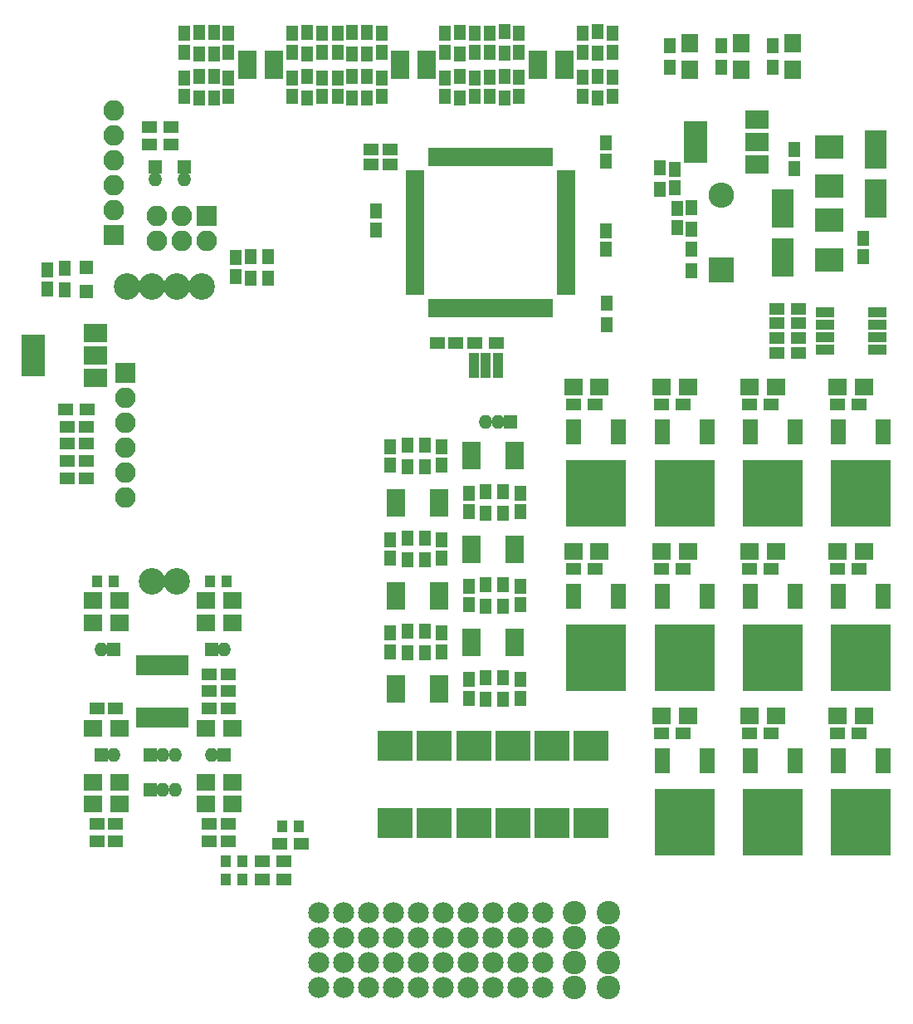
<source format=gbr>
G04 #@! TF.FileFunction,Soldermask,Top*
%FSLAX46Y46*%
G04 Gerber Fmt 4.6, Leading zero omitted, Abs format (unit mm)*
G04 Created by KiCad (PCBNEW 4.0.2-stable) date 26.04.2018 20:03:19*
%MOMM*%
G01*
G04 APERTURE LIST*
%ADD10C,0.100000*%
%ADD11C,2.700000*%
%ADD12R,2.100000X2.100000*%
%ADD13O,2.100000X2.100000*%
%ADD14R,1.150000X1.600000*%
%ADD15R,2.900000X2.400000*%
%ADD16R,1.600000X1.150000*%
%ADD17R,2.600000X2.600000*%
%ADD18O,2.600000X2.600000*%
%ADD19R,2.200000X3.900000*%
%ADD20R,1.700000X1.900000*%
%ADD21R,1.400000X1.400000*%
%ADD22R,1.900000X0.700000*%
%ADD23R,0.700000X1.900000*%
%ADD24O,1.400000X1.400000*%
%ADD25R,1.600000X2.600000*%
%ADD26R,6.200000X6.800000*%
%ADD27R,1.950000X1.000000*%
%ADD28R,1.850000X0.850000*%
%ADD29R,1.000000X2.600000*%
%ADD30R,1.900000X1.700000*%
%ADD31R,1.600000X1.300000*%
%ADD32R,1.300000X1.600000*%
%ADD33R,2.400000X4.200000*%
%ADD34R,2.400000X1.900000*%
%ADD35R,0.810000X2.000000*%
%ADD36R,1.960000X1.050000*%
%ADD37R,3.600000X3.100000*%
%ADD38R,1.000000X1.200000*%
%ADD39C,2.150000*%
%ADD40C,2.400000*%
G04 APERTURE END LIST*
D10*
D11*
X64420000Y-111500000D03*
X66960000Y-111500000D03*
X61880000Y-81500000D03*
X64420000Y-81500000D03*
X66960000Y-81500000D03*
X69500000Y-81500000D03*
D12*
X61750000Y-90250000D03*
D13*
X61750000Y-92790000D03*
X61750000Y-95330000D03*
X61750000Y-97870000D03*
X61750000Y-100410000D03*
X61750000Y-102950000D03*
D14*
X96750000Y-113950000D03*
X96750000Y-112050000D03*
X94000000Y-116800000D03*
X94000000Y-118700000D03*
X102000000Y-113950000D03*
X102000000Y-112050000D03*
X88750000Y-116800000D03*
X88750000Y-118700000D03*
X94000000Y-97800000D03*
X94000000Y-99700000D03*
X96750000Y-104450000D03*
X96750000Y-102550000D03*
X88750000Y-97800000D03*
X88750000Y-99700000D03*
X102000000Y-104450000D03*
X102000000Y-102550000D03*
X96750000Y-123450000D03*
X96750000Y-121550000D03*
X94000000Y-107300000D03*
X94000000Y-109200000D03*
X102000000Y-123450000D03*
X102000000Y-121550000D03*
X88750000Y-107300000D03*
X88750000Y-109200000D03*
D15*
X133500000Y-78750000D03*
X133500000Y-74750000D03*
D14*
X137000000Y-78450000D03*
X137000000Y-76550000D03*
X130000000Y-67550000D03*
X130000000Y-69450000D03*
D15*
X133500000Y-67250000D03*
X133500000Y-71250000D03*
D16*
X70300000Y-136250000D03*
X72200000Y-136250000D03*
X60700000Y-136250000D03*
X58800000Y-136250000D03*
X70300000Y-138000000D03*
X72200000Y-138000000D03*
X60700000Y-138000000D03*
X58800000Y-138000000D03*
X70300000Y-122750000D03*
X72200000Y-122750000D03*
X72200000Y-124500000D03*
X70300000Y-124500000D03*
X58800000Y-124500000D03*
X60700000Y-124500000D03*
X70300000Y-121000000D03*
X72200000Y-121000000D03*
X57700000Y-95750000D03*
X55800000Y-95750000D03*
X57700000Y-97500000D03*
X55800000Y-97500000D03*
X55800000Y-99250000D03*
X57700000Y-99250000D03*
X55800000Y-101000000D03*
X57700000Y-101000000D03*
D14*
X73000000Y-80450000D03*
X73000000Y-78550000D03*
X118000000Y-75450000D03*
X118000000Y-73550000D03*
X117750000Y-69550000D03*
X117750000Y-71450000D03*
X53750000Y-79800000D03*
X53750000Y-81700000D03*
X81750000Y-62100000D03*
X81750000Y-60200000D03*
X81750000Y-55700000D03*
X81750000Y-57600000D03*
X111375000Y-62075000D03*
X111375000Y-60175000D03*
X111375000Y-55675000D03*
X111375000Y-57575000D03*
X78750000Y-60200000D03*
X78750000Y-62100000D03*
X78750000Y-57600000D03*
X78750000Y-55700000D03*
X108375000Y-60175000D03*
X108375000Y-62075000D03*
X108375000Y-57575000D03*
X108375000Y-55675000D03*
X67750000Y-55700000D03*
X67750000Y-57600000D03*
X67750000Y-62100000D03*
X67750000Y-60200000D03*
X98875000Y-55675000D03*
X98875000Y-57575000D03*
X98875000Y-62075000D03*
X98875000Y-60175000D03*
X72250000Y-57600000D03*
X72250000Y-55700000D03*
X72250000Y-60200000D03*
X72250000Y-62100000D03*
X101875000Y-57575000D03*
X101875000Y-55675000D03*
X101875000Y-60175000D03*
X101875000Y-62075000D03*
X97350000Y-62100000D03*
X97350000Y-60200000D03*
X97350000Y-55700000D03*
X97350000Y-57600000D03*
X94350000Y-60200000D03*
X94350000Y-62100000D03*
X94350000Y-57600000D03*
X94350000Y-55700000D03*
X83350000Y-55700000D03*
X83350000Y-57600000D03*
X83350000Y-62100000D03*
X83350000Y-60200000D03*
X87850000Y-57600000D03*
X87850000Y-55700000D03*
X87850000Y-60200000D03*
X87850000Y-62100000D03*
D16*
X88700000Y-69000000D03*
X86800000Y-69000000D03*
D14*
X87250000Y-73800000D03*
X87250000Y-75700000D03*
D16*
X93550000Y-87250000D03*
X95450000Y-87250000D03*
D14*
X110750000Y-77700000D03*
X110750000Y-75800000D03*
X110750000Y-66800000D03*
X110750000Y-68700000D03*
D16*
X88700000Y-67500000D03*
X86800000Y-67500000D03*
D17*
X122500000Y-79750000D03*
D18*
X122500000Y-72130000D03*
D19*
X128750000Y-73500000D03*
X128750000Y-78500000D03*
X138250000Y-67500000D03*
X138250000Y-72500000D03*
D20*
X129750000Y-56650000D03*
X129750000Y-59350000D03*
X124500000Y-56650000D03*
X124500000Y-59350000D03*
X119250000Y-56650000D03*
X119250000Y-59350000D03*
D21*
X57750000Y-82000000D03*
X57750000Y-79500000D03*
D22*
X91300000Y-70000000D03*
X91300000Y-70500000D03*
X91300000Y-71000000D03*
X91300000Y-71500000D03*
X91300000Y-72000000D03*
X91300000Y-72500000D03*
X91300000Y-73000000D03*
X91300000Y-73500000D03*
X91300000Y-74000000D03*
X91300000Y-74500000D03*
X91300000Y-75000000D03*
X91300000Y-75500000D03*
X91300000Y-76000000D03*
X91300000Y-76500000D03*
X91300000Y-77000000D03*
X91300000Y-77500000D03*
X91300000Y-78000000D03*
X91300000Y-78500000D03*
X91300000Y-79000000D03*
X91300000Y-79500000D03*
X91300000Y-80000000D03*
X91300000Y-80500000D03*
X91300000Y-81000000D03*
X91300000Y-81500000D03*
X91300000Y-82000000D03*
D23*
X93000000Y-83700000D03*
X93500000Y-83700000D03*
X94000000Y-83700000D03*
X94500000Y-83700000D03*
X95000000Y-83700000D03*
X95500000Y-83700000D03*
X96000000Y-83700000D03*
X96500000Y-83700000D03*
X97000000Y-83700000D03*
X97500000Y-83700000D03*
X98000000Y-83700000D03*
X98500000Y-83700000D03*
X99000000Y-83700000D03*
X99500000Y-83700000D03*
X100000000Y-83700000D03*
X100500000Y-83700000D03*
X101000000Y-83700000D03*
X101500000Y-83700000D03*
X102000000Y-83700000D03*
X102500000Y-83700000D03*
X103000000Y-83700000D03*
X103500000Y-83700000D03*
X104000000Y-83700000D03*
X104500000Y-83700000D03*
X105000000Y-83700000D03*
D22*
X106700000Y-82000000D03*
X106700000Y-81500000D03*
X106700000Y-81000000D03*
X106700000Y-80500000D03*
X106700000Y-80000000D03*
X106700000Y-79500000D03*
X106700000Y-79000000D03*
X106700000Y-78500000D03*
X106700000Y-78000000D03*
X106700000Y-77500000D03*
X106700000Y-77000000D03*
X106700000Y-76500000D03*
X106700000Y-76000000D03*
X106700000Y-75500000D03*
X106700000Y-75000000D03*
X106700000Y-74500000D03*
X106700000Y-74000000D03*
X106700000Y-73500000D03*
X106700000Y-73000000D03*
X106700000Y-72500000D03*
X106700000Y-72000000D03*
X106700000Y-71500000D03*
X106700000Y-71000000D03*
X106700000Y-70500000D03*
X106700000Y-70000000D03*
D23*
X105000000Y-68300000D03*
X104500000Y-68300000D03*
X104000000Y-68300000D03*
X103500000Y-68300000D03*
X103000000Y-68300000D03*
X102500000Y-68300000D03*
X102000000Y-68300000D03*
X101500000Y-68300000D03*
X101000000Y-68300000D03*
X100500000Y-68300000D03*
X100000000Y-68300000D03*
X99500000Y-68300000D03*
X99000000Y-68300000D03*
X98500000Y-68300000D03*
X98000000Y-68300000D03*
X97500000Y-68300000D03*
X97000000Y-68300000D03*
X96500000Y-68300000D03*
X96000000Y-68300000D03*
X95500000Y-68300000D03*
X95000000Y-68300000D03*
X94500000Y-68300000D03*
X94000000Y-68300000D03*
X93500000Y-68300000D03*
X93000000Y-68300000D03*
D21*
X64750000Y-69250000D03*
D24*
X64750000Y-70520000D03*
D21*
X67750000Y-69250000D03*
D24*
X67750000Y-70520000D03*
D21*
X71750000Y-129250000D03*
D24*
X70480000Y-129250000D03*
D21*
X59250000Y-129250000D03*
D24*
X60520000Y-129250000D03*
D21*
X70500000Y-118500000D03*
D24*
X71770000Y-118500000D03*
D21*
X60500000Y-118500000D03*
D24*
X59230000Y-118500000D03*
D21*
X101000000Y-95250000D03*
D24*
X99730000Y-95250000D03*
X98460000Y-95250000D03*
D25*
X121030000Y-129800000D03*
X116470000Y-129800000D03*
D26*
X118750000Y-136100000D03*
D25*
X130030000Y-129800000D03*
X125470000Y-129800000D03*
D26*
X127750000Y-136100000D03*
D25*
X121030000Y-113050000D03*
X116470000Y-113050000D03*
D26*
X118750000Y-119350000D03*
D25*
X139030000Y-129800000D03*
X134470000Y-129800000D03*
D26*
X136750000Y-136100000D03*
D27*
X133050000Y-84095000D03*
X133050000Y-85365000D03*
X133050000Y-86635000D03*
X133050000Y-87905000D03*
X138450000Y-87905000D03*
X138450000Y-86635000D03*
X138450000Y-85365000D03*
X138450000Y-84095000D03*
D25*
X139030000Y-113050000D03*
X134470000Y-113050000D03*
D26*
X136750000Y-119350000D03*
D25*
X130030000Y-113050000D03*
X125470000Y-113050000D03*
D26*
X127750000Y-119350000D03*
D25*
X112030000Y-96300000D03*
X107470000Y-96300000D03*
D26*
X109750000Y-102600000D03*
D25*
X130030000Y-96300000D03*
X125470000Y-96300000D03*
D26*
X127750000Y-102600000D03*
D25*
X139030000Y-96300000D03*
X134470000Y-96300000D03*
D26*
X136750000Y-102600000D03*
D25*
X112030000Y-113050000D03*
X107470000Y-113050000D03*
D26*
X109750000Y-119350000D03*
D25*
X121030000Y-96300000D03*
X116470000Y-96300000D03*
D26*
X118750000Y-102600000D03*
D28*
X97050000Y-107275000D03*
X97050000Y-107925000D03*
X97050000Y-108575000D03*
X97050000Y-109225000D03*
X101450000Y-109225000D03*
X101450000Y-108575000D03*
X101450000Y-107925000D03*
X101450000Y-107275000D03*
X93700000Y-123475000D03*
X93700000Y-122825000D03*
X93700000Y-122175000D03*
X93700000Y-121525000D03*
X89300000Y-121525000D03*
X89300000Y-122175000D03*
X89300000Y-122825000D03*
X89300000Y-123475000D03*
X93700000Y-104475000D03*
X93700000Y-103825000D03*
X93700000Y-103175000D03*
X93700000Y-102525000D03*
X89300000Y-102525000D03*
X89300000Y-103175000D03*
X89300000Y-103825000D03*
X89300000Y-104475000D03*
X97050000Y-97775000D03*
X97050000Y-98425000D03*
X97050000Y-99075000D03*
X97050000Y-99725000D03*
X101450000Y-99725000D03*
X101450000Y-99075000D03*
X101450000Y-98425000D03*
X101450000Y-97775000D03*
X97050000Y-116775000D03*
X97050000Y-117425000D03*
X97050000Y-118075000D03*
X97050000Y-118725000D03*
X101450000Y-118725000D03*
X101450000Y-118075000D03*
X101450000Y-117425000D03*
X101450000Y-116775000D03*
X93700000Y-113975000D03*
X93700000Y-113325000D03*
X93700000Y-112675000D03*
X93700000Y-112025000D03*
X89300000Y-112025000D03*
X89300000Y-112675000D03*
X89300000Y-113325000D03*
X89300000Y-113975000D03*
D29*
X98500000Y-89500000D03*
X99700000Y-89500000D03*
X97300000Y-89500000D03*
D30*
X119100000Y-125250000D03*
X116400000Y-125250000D03*
D31*
X118600000Y-127000000D03*
X116400000Y-127000000D03*
D30*
X128100000Y-125250000D03*
X125400000Y-125250000D03*
D31*
X127600000Y-127000000D03*
X125400000Y-127000000D03*
D30*
X119100000Y-108500000D03*
X116400000Y-108500000D03*
D31*
X118600000Y-110250000D03*
X116400000Y-110250000D03*
D30*
X137100000Y-125250000D03*
X134400000Y-125250000D03*
D31*
X136600000Y-127000000D03*
X134400000Y-127000000D03*
X130350000Y-85250000D03*
X128150000Y-85250000D03*
X130350000Y-83750000D03*
X128150000Y-83750000D03*
X130350000Y-88250000D03*
X128150000Y-88250000D03*
X130350000Y-86750000D03*
X128150000Y-86750000D03*
D30*
X137100000Y-108500000D03*
X134400000Y-108500000D03*
D31*
X136600000Y-110250000D03*
X134400000Y-110250000D03*
D30*
X128100000Y-108500000D03*
X125400000Y-108500000D03*
D31*
X127600000Y-110250000D03*
X125400000Y-110250000D03*
D30*
X110100000Y-91750000D03*
X107400000Y-91750000D03*
D31*
X109600000Y-93500000D03*
X107400000Y-93500000D03*
D30*
X128100000Y-91750000D03*
X125400000Y-91750000D03*
D31*
X127600000Y-93500000D03*
X125400000Y-93500000D03*
D30*
X137100000Y-91750000D03*
X134400000Y-91750000D03*
D31*
X136600000Y-93500000D03*
X134400000Y-93500000D03*
D30*
X110100000Y-108500000D03*
X107400000Y-108500000D03*
D31*
X109600000Y-110250000D03*
X107400000Y-110250000D03*
D30*
X119100000Y-91750000D03*
X116400000Y-91750000D03*
D31*
X118600000Y-93500000D03*
X116400000Y-93500000D03*
D32*
X100250000Y-111900000D03*
X100250000Y-114100000D03*
X98500000Y-114100000D03*
X98500000Y-111900000D03*
X90500000Y-118850000D03*
X90500000Y-116650000D03*
X92250000Y-116650000D03*
X92250000Y-118850000D03*
X90500000Y-99850000D03*
X90500000Y-97650000D03*
X92250000Y-97650000D03*
X92250000Y-99850000D03*
X100250000Y-102400000D03*
X100250000Y-104600000D03*
X98500000Y-104600000D03*
X98500000Y-102400000D03*
X100250000Y-121400000D03*
X100250000Y-123600000D03*
X98500000Y-123600000D03*
X98500000Y-121400000D03*
X90500000Y-109350000D03*
X90500000Y-107150000D03*
X92250000Y-107150000D03*
X92250000Y-109350000D03*
X127750000Y-59100000D03*
X127750000Y-56900000D03*
X122500000Y-59100000D03*
X122500000Y-56900000D03*
X117250000Y-59100000D03*
X117250000Y-56900000D03*
D30*
X72600000Y-132000000D03*
X69900000Y-132000000D03*
X58400000Y-132000000D03*
X61100000Y-132000000D03*
X72600000Y-134250000D03*
X69900000Y-134250000D03*
X72600000Y-126500000D03*
X69900000Y-126500000D03*
X58400000Y-134250000D03*
X61100000Y-134250000D03*
X58400000Y-126500000D03*
X61100000Y-126500000D03*
X72600000Y-113500000D03*
X69900000Y-113500000D03*
X58400000Y-113500000D03*
X61100000Y-113500000D03*
X69900000Y-115750000D03*
X72600000Y-115750000D03*
X61100000Y-115750000D03*
X58400000Y-115750000D03*
D31*
X55650000Y-94000000D03*
X57850000Y-94000000D03*
D32*
X76250000Y-80600000D03*
X76250000Y-78400000D03*
X74500000Y-80600000D03*
X74500000Y-78400000D03*
D31*
X64150000Y-65250000D03*
X66350000Y-65250000D03*
X64150000Y-67000000D03*
X66350000Y-67000000D03*
D32*
X119500000Y-79850000D03*
X119500000Y-77650000D03*
X119500000Y-75600000D03*
X119500000Y-73400000D03*
X116250000Y-69400000D03*
X116250000Y-71600000D03*
X55500000Y-81850000D03*
X55500000Y-79650000D03*
X80250000Y-60050000D03*
X80250000Y-62250000D03*
X80250000Y-57750000D03*
X80250000Y-55550000D03*
X109875000Y-60025000D03*
X109875000Y-62225000D03*
X109875000Y-57725000D03*
X109875000Y-55525000D03*
X69250000Y-55550000D03*
X69250000Y-57750000D03*
X69250000Y-62250000D03*
X69250000Y-60050000D03*
X70750000Y-57750000D03*
X70750000Y-55550000D03*
X70750000Y-60050000D03*
X70750000Y-62250000D03*
X100375000Y-57725000D03*
X100375000Y-55525000D03*
X100375000Y-60025000D03*
X100375000Y-62225000D03*
X95850000Y-60050000D03*
X95850000Y-62250000D03*
X95850000Y-57750000D03*
X95850000Y-55550000D03*
X84850000Y-55550000D03*
X84850000Y-57750000D03*
X84850000Y-62250000D03*
X84850000Y-60050000D03*
X86350000Y-57750000D03*
X86350000Y-55550000D03*
X86350000Y-60050000D03*
X86350000Y-62250000D03*
D31*
X97400000Y-87250000D03*
X99600000Y-87250000D03*
D32*
X110800000Y-85400000D03*
X110800000Y-83200000D03*
D33*
X119850000Y-66750000D03*
D34*
X126150000Y-66750000D03*
X126150000Y-64450000D03*
X126150000Y-69050000D03*
D35*
X67722500Y-120095700D03*
X67087500Y-120095700D03*
X66452500Y-120095700D03*
X65817500Y-120095700D03*
X65182500Y-120095700D03*
X64547500Y-120095700D03*
X63912500Y-120095700D03*
X63277500Y-120095700D03*
X63277500Y-125404300D03*
X63912500Y-125404300D03*
X64547500Y-125404300D03*
X65182500Y-125404300D03*
X65817500Y-125404300D03*
X66452500Y-125404300D03*
X67087500Y-125404300D03*
X67722500Y-125404300D03*
D12*
X60500000Y-76250000D03*
D13*
X60500000Y-73710000D03*
X60500000Y-71170000D03*
X60500000Y-68630000D03*
X60500000Y-66090000D03*
X60500000Y-63550000D03*
D12*
X70000000Y-74250000D03*
D13*
X70000000Y-76790000D03*
X67460000Y-74250000D03*
X67460000Y-76790000D03*
X64920000Y-74250000D03*
X64920000Y-76790000D03*
D36*
X76850000Y-59850000D03*
X76850000Y-58900000D03*
X76850000Y-57950000D03*
X74150000Y-57950000D03*
X74150000Y-59850000D03*
X74150000Y-58900000D03*
X106475000Y-59825000D03*
X106475000Y-58875000D03*
X106475000Y-57925000D03*
X103775000Y-57925000D03*
X103775000Y-59825000D03*
X103775000Y-58875000D03*
X92450000Y-59850000D03*
X92450000Y-58900000D03*
X92450000Y-57950000D03*
X89750000Y-57950000D03*
X89750000Y-59850000D03*
X89750000Y-58900000D03*
D33*
X52350000Y-88500000D03*
D34*
X58650000Y-88500000D03*
X58650000Y-86200000D03*
X58650000Y-90800000D03*
D21*
X64250000Y-129250000D03*
D24*
X65520000Y-129250000D03*
X66790000Y-129250000D03*
D21*
X64250000Y-132750000D03*
D24*
X65520000Y-132750000D03*
X66790000Y-132750000D03*
D37*
X89250000Y-136200000D03*
X89250000Y-128300000D03*
X105250000Y-136200000D03*
X105250000Y-128300000D03*
X97250000Y-136200000D03*
X97250000Y-128300000D03*
X109250000Y-136200000D03*
X109250000Y-128300000D03*
X101250000Y-136200000D03*
X101250000Y-128300000D03*
X93250000Y-136200000D03*
X93250000Y-128300000D03*
D38*
X71950000Y-141900000D03*
X73650000Y-141900000D03*
X71950000Y-140100000D03*
X73650000Y-140100000D03*
X79450000Y-136500000D03*
X77750000Y-136500000D03*
X70350000Y-111500000D03*
X72050000Y-111500000D03*
X60550000Y-111500000D03*
X58850000Y-111500000D03*
D31*
X75700000Y-141900000D03*
X77900000Y-141900000D03*
X75700000Y-140100000D03*
X77900000Y-140100000D03*
X77500000Y-138300000D03*
X79700000Y-138300000D03*
D39*
X81460000Y-145360000D03*
D40*
X107520000Y-145360000D03*
X107520000Y-147900000D03*
X107520000Y-150440000D03*
X107520000Y-152980000D03*
X111020000Y-145360000D03*
X111020000Y-147900000D03*
X111020000Y-150440000D03*
X111020000Y-152980000D03*
D39*
X84000000Y-145360000D03*
X86540000Y-145360000D03*
X89080000Y-145360000D03*
X91620000Y-145360000D03*
X94160000Y-145360000D03*
X96700000Y-145360000D03*
X99240000Y-145360000D03*
X101780000Y-145360000D03*
X104320000Y-145360000D03*
X81460000Y-147900000D03*
X84000000Y-147900000D03*
X86540000Y-147900000D03*
X89080000Y-147900000D03*
X91620000Y-147900000D03*
X94160000Y-147900000D03*
X96700000Y-147900000D03*
X99240000Y-147900000D03*
X101780000Y-147900000D03*
X104320000Y-147900000D03*
X81460000Y-150440000D03*
X84000000Y-150440000D03*
X86540000Y-150440000D03*
X89080000Y-150440000D03*
X91620000Y-150440000D03*
X94160000Y-150440000D03*
X96700000Y-150440000D03*
X99240000Y-150440000D03*
X101780000Y-150440000D03*
X104320000Y-150440000D03*
X81460000Y-152980000D03*
X84000000Y-152980000D03*
X86540000Y-152980000D03*
X89080000Y-152980000D03*
X91620000Y-152980000D03*
X94160000Y-152980000D03*
X96700000Y-152980000D03*
X99240000Y-152980000D03*
X101780000Y-152980000D03*
X104320000Y-152980000D03*
M02*

</source>
